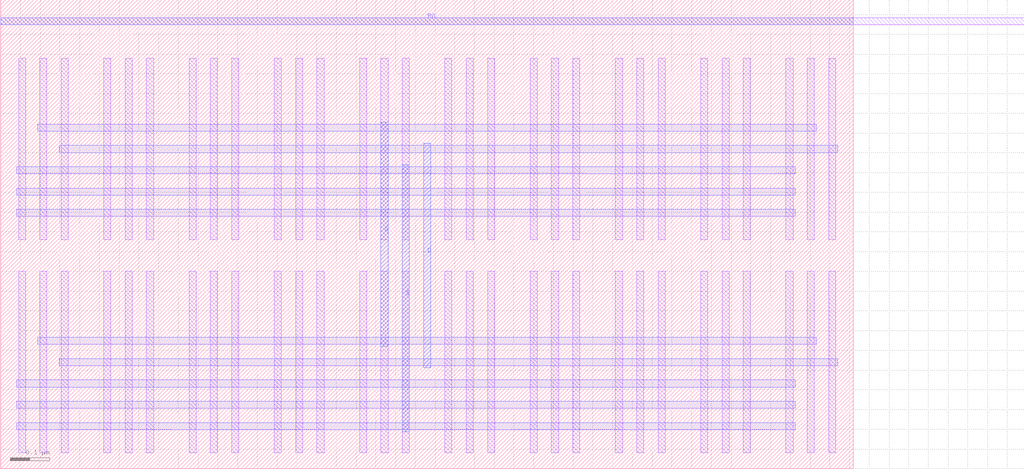
<source format=lef>
MACRO DCL_NMOS_n12_X1_Y1
  ORIGIN 0 0 ;
  FOREIGN DCL_NMOS_n12_X1_Y1 0 0 ;
  SIZE 0.432 BY 0.648 ;
  PIN S
    DIRECTION INOUT ;
    USE SIGNAL ;
    PORT

      LAYER M3 ;
        RECT 0.153 0.094 0.171 0.446 ;
    END
  END S
  PIN D
    DIRECTION INOUT ;
    USE SIGNAL ;
    PORT
      LAYER M3 ;
        RECT 0.207 0.094 0.225 0.446 ;
    END
  END D
  PIN BG
    DIRECTION INOUT ;
    USE SIGNAL ;
    PORT
      LAYER M2 ;
        RECT 0.0 0.585 0.432 0.603 ;
    END
  END BG
  OBS
    LAYER M2 ;
      RECT 0.094 0.261 0.392 0.279 ;
    LAYER M2 ;
      RECT 0.040 0.099 0.284 0.117 ;
    LAYER M2 ;
      RECT 0.040 0.153 0.284 0.171 ;
    LAYER M2 ;
      RECT 0.040 0.207 0.284 0.225 ;
    LAYER M1 ;
      RECT 0.099 0.040 0.117 0.500 ;
    LAYER M1 ;
      RECT 0.315 0.040 0.333 0.500 ;
    LAYER M1 ;
      RECT 0.045 0.040 0.063 0.500 ;
    LAYER M1 ;
      RECT 0.261 0.040 0.279 0.500 ;
    LAYER M1 ;
      RECT 0.153 0.040 0.171 0.500 ;
    LAYER M1 ;
      RECT 0.369 0.040 0.387 0.500 ;
    LAYER M1 ;
      RECT 0.0 0.585 0.432 0.603 ;
  END
END DCL_NMOS_n12_X1_Y1
MACRO DCL_NMOS_n12_X2_Y1
  ORIGIN 0 0 ;
  FOREIGN DCL_NMOS_n12_X2_Y1 0 0 ;
  SIZE 0.864 BY 0.648 ;
  PIN S
    DIRECTION INOUT ;
    USE SIGNAL ;
    PORT
      LAYER M3 ;
        RECT 0.369 0.094 0.387 0.446 ;
    END
  END S
  PIN D
    DIRECTION INOUT ;
    USE SIGNAL ;
    PORT
      LAYER M3 ;
        RECT 0.423 0.094 0.441 0.446 ;
    END
  END D
  PIN BG
    DIRECTION INOUT ;
    USE SIGNAL ;
    PORT
      LAYER M2 ;
        RECT 0.0 0.585 0.864 0.603 ;
    END
  END BG
  OBS
    LAYER M2 ;
      RECT 0.094 0.261 0.824 0.279 ;
    LAYER M2 ;
      RECT 0.040 0.099 0.716 0.117 ;
    LAYER M2 ;
      RECT 0.040 0.153 0.716 0.171 ;
    LAYER M2 ;
      RECT 0.040 0.207 0.716 0.225 ;
    LAYER M1 ;
      RECT 0.099 0.040 0.117 0.500 ;
    LAYER M1 ;
      RECT 0.315 0.040 0.333 0.500 ;
    LAYER M1 ;
      RECT 0.531 0.040 0.549 0.500 ;
    LAYER M1 ;
      RECT 0.747 0.040 0.765 0.500 ;
    LAYER M1 ;
      RECT 0.045 0.040 0.063 0.500 ;
    LAYER M1 ;
      RECT 0.261 0.040 0.279 0.500 ;
    LAYER M1 ;
      RECT 0.477 0.040 0.495 0.500 ;
    LAYER M1 ;
      RECT 0.693 0.040 0.711 0.500 ;
    LAYER M1 ;
      RECT 0.153 0.040 0.171 0.500 ;
    LAYER M1 ;
      RECT 0.369 0.040 0.387 0.500 ;
    LAYER M1 ;
      RECT 0.585 0.040 0.603 0.500 ;
    LAYER M1 ;
      RECT 0.801 0.040 0.819 0.500 ;
    LAYER M1 ;
      RECT 0.0 0.585 0.864 0.603 ;
  END
END DCL_NMOS_n12_X2_Y1
MACRO DCL_PMOS_n12_X5_Y1
  ORIGIN 0 0 ;
  FOREIGN DCL_PMOS_n12_X5_Y1 0 0 ;
  SIZE 2.160 BY 0.648 ;
  PIN S
    DIRECTION INOUT ;
    USE SIGNAL ;
    PORT
      LAYER M3 ;
        RECT 1.017 0.094 1.035 0.446 ;
    END
  END S
  PIN D
    DIRECTION INOUT ;
    USE SIGNAL ;
    PORT
      LAYER M3 ;
        RECT 1.071 0.094 1.089 0.446 ;
    END
  END D
  PIN BG
    DIRECTION INOUT ;
    USE SIGNAL ;
    PORT
      LAYER M2 ;
        RECT 0.0 0.585 2.160 0.603 ;
    END
  END BG
  OBS
    LAYER M2 ;
      RECT 0.094 0.261 2.120 0.279 ;
    LAYER M2 ;
      RECT 0.040 0.099 2.012 0.117 ;
    LAYER M2 ;
      RECT 0.040 0.153 2.012 0.171 ;
    LAYER M2 ;
      RECT 0.040 0.207 2.012 0.225 ;
    LAYER M1 ;
      RECT 0.099 0.040 0.117 0.500 ;
    LAYER M1 ;
      RECT 0.315 0.040 0.333 0.500 ;
    LAYER M1 ;
      RECT 0.531 0.040 0.549 0.500 ;
    LAYER M1 ;
      RECT 0.747 0.040 0.765 0.500 ;
    LAYER M1 ;
      RECT 0.963 0.040 0.981 0.500 ;
    LAYER M1 ;
      RECT 1.179 0.040 1.197 0.500 ;
    LAYER M1 ;
      RECT 1.395 0.040 1.413 0.500 ;
    LAYER M1 ;
      RECT 1.611 0.040 1.629 0.500 ;
    LAYER M1 ;
      RECT 1.827 0.040 1.845 0.500 ;
    LAYER M1 ;
      RECT 2.043 0.040 2.061 0.500 ;
    LAYER M1 ;
      RECT 0.045 0.040 0.063 0.500 ;
    LAYER M1 ;
      RECT 0.261 0.040 0.279 0.500 ;
    LAYER M1 ;
      RECT 0.477 0.040 0.495 0.500 ;
    LAYER M1 ;
      RECT 0.693 0.040 0.711 0.500 ;
    LAYER M1 ;
      RECT 0.909 0.040 0.927 0.500 ;
    LAYER M1 ;
      RECT 1.125 0.040 1.143 0.500 ;
    LAYER M1 ;
      RECT 1.341 0.040 1.359 0.500 ;
    LAYER M1 ;
      RECT 1.557 0.040 1.575 0.500 ;
    LAYER M1 ;
      RECT 1.773 0.040 1.791 0.500 ;
    LAYER M1 ;
      RECT 1.989 0.040 2.007 0.500 ;
    LAYER M1 ;
      RECT 0.153 0.040 0.171 0.500 ;
    LAYER M1 ;
      RECT 0.369 0.040 0.387 0.500 ;
    LAYER M1 ;
      RECT 0.585 0.040 0.603 0.500 ;
    LAYER M1 ;
      RECT 0.801 0.040 0.819 0.500 ;
    LAYER M1 ;
      RECT 1.017 0.040 1.035 0.500 ;
    LAYER M1 ;
      RECT 1.233 0.040 1.251 0.500 ;
    LAYER M1 ;
      RECT 1.449 0.040 1.467 0.500 ;
    LAYER M1 ;
      RECT 1.665 0.040 1.683 0.500 ;
    LAYER M1 ;
      RECT 1.881 0.040 1.899 0.500 ;
    LAYER M1 ;
      RECT 2.097 0.040 2.115 0.500 ;
    LAYER M1 ;
      RECT 0.0 0.585 2.592 0.603 ;
  END
END DCL_PMOS_n12_X5_Y1
MACRO Switch_NMOS_n12_X1_Y1
  ORIGIN 0 0 ;
  FOREIGN Switch_NMOS_n12_X1_Y1 0 0 ;
  SIZE 0.432 BY 0.648 ;
  PIN S
    DIRECTION INOUT ;
    USE SIGNAL ;
    PORT
      LAYER M3 ;
        RECT 0.153 0.094 0.171 0.446 ;
    END
  END S
  PIN D
    DIRECTION INOUT ;
    USE SIGNAL ;
    PORT
      LAYER M3 ;
        RECT 0.207 0.094 0.225 0.446 ;
    END
  END D
  PIN G
    DIRECTION INOUT ;
    USE SIGNAL ;
    PORT
      LAYER M3 ;
        RECT 0.099 0.094 0.117 0.446 ;
    END
  END G
  PIN BG
    DIRECTION INOUT ;
    USE SIGNAL ;
    PORT
      LAYER M2 ;
        RECT 0.0 0.585 0.432 0.603 ;
    END
  END BG
  OBS
    LAYER M2 ;
      RECT 0.094 0.315 0.338 0.333 ;
    LAYER M2 ;
      RECT 0.148 0.261 0.392 0.279 ;
    LAYER M2 ;
      RECT 0.040 0.099 0.284 0.117 ;
    LAYER M2 ;
      RECT 0.040 0.153 0.284 0.171 ;
    LAYER M2 ;
      RECT 0.040 0.207 0.284 0.225 ;
    LAYER M1 ;
      RECT 0.099 0.040 0.117 0.500 ;
    LAYER M1 ;
      RECT 0.315 0.040 0.333 0.500 ;
    LAYER M1 ;
      RECT 0.045 0.040 0.063 0.500 ;
    LAYER M1 ;
      RECT 0.261 0.040 0.279 0.500 ;
    LAYER M1 ;
      RECT 0.153 0.040 0.171 0.500 ;
    LAYER M1 ;
      RECT 0.369 0.040 0.387 0.500 ;
    LAYER M1 ;
      RECT 0.0 0.585 0.432 0.603 ;
  END
END Switch_NMOS_n12_X1_Y1
MACRO Switch_NMOS_n12_X2_Y1
  ORIGIN 0 0 ;
  FOREIGN Switch_NMOS_n12_X2_Y1 0 0 ;
  SIZE 0.864 BY 0.648 ;
  PIN S
    DIRECTION INOUT ;
    USE SIGNAL ;
    PORT
      LAYER M3 ;
        RECT 0.369 0.094 0.387 0.446 ;
    END
  END S
  PIN D
    DIRECTION INOUT ;
    USE SIGNAL ;
    PORT
      LAYER M3 ;
        RECT 0.423 0.094 0.441 0.446 ;
    END
  END D
  PIN G
    DIRECTION INOUT ;
    USE SIGNAL ;
    PORT
      LAYER M3 ;
        RECT 0.315 0.094 0.333 0.446 ;
    END
  END G
  PIN BG
    DIRECTION INOUT ;
    USE SIGNAL ;
    PORT
      LAYER M2 ;
        RECT 0.0 0.585 0.864 0.603 ;
    END
  END BG
  OBS
    LAYER M2 ;
      RECT 0.094 0.315 0.770 0.333 ;
    LAYER M2 ;
      RECT 0.148 0.261 0.824 0.279 ;
    LAYER M2 ;
      RECT 0.040 0.099 0.716 0.117 ;
    LAYER M2 ;
      RECT 0.040 0.153 0.716 0.171 ;
    LAYER M2 ;
      RECT 0.040 0.207 0.716 0.225 ;
    LAYER M1 ;
      RECT 0.099 0.040 0.117 0.500 ;
    LAYER M1 ;
      RECT 0.315 0.040 0.333 0.500 ;
    LAYER M1 ;
      RECT 0.531 0.040 0.549 0.500 ;
    LAYER M1 ;
      RECT 0.747 0.040 0.765 0.500 ;
    LAYER M1 ;
      RECT 0.045 0.040 0.063 0.500 ;
    LAYER M1 ;
      RECT 0.261 0.040 0.279 0.500 ;
    LAYER M1 ;
      RECT 0.477 0.040 0.495 0.500 ;
    LAYER M1 ;
      RECT 0.693 0.040 0.711 0.500 ;
    LAYER M1 ;
      RECT 0.153 0.040 0.171 0.500 ;
    LAYER M1 ;
      RECT 0.369 0.040 0.387 0.500 ;
    LAYER M1 ;
      RECT 0.585 0.040 0.603 0.500 ;
    LAYER M1 ;
      RECT 0.801 0.040 0.819 0.500 ;
    LAYER M1 ;
      RECT 0.0 0.585 0.864 0.603 ;
  END
END Switch_NMOS_n12_X2_Y1
MACRO Switch_PMOS_n12_X5_Y2
  ORIGIN 0 0 ;
  FOREIGN Switch_PMOS_n12_X5_Y2 0 0 ;
  SIZE 2.160 BY 1.188 ;
  PIN S
    DIRECTION INOUT ;
    USE SIGNAL ;
    PORT
      LAYER M3 ;
        RECT 1.017 0.094 1.035 0.770 ;
    END
  END S
  PIN D
    DIRECTION INOUT ;
    USE SIGNAL ;
    PORT
      LAYER M3 ;
        RECT 1.071 0.256 1.089 0.824 ;
    END
  END D
  PIN G
    DIRECTION INOUT ;
    USE SIGNAL ;
    PORT
      LAYER M3 ;
        RECT 0.963 0.310 0.981 0.878 ;
    END
  END G
  PIN BG
    DIRECTION INOUT ;
    USE SIGNAL ;
    PORT
      LAYER M2 ;
        RECT 0.0 1.125 2.160 1.143 ;
    END
  END BG
  OBS
    LAYER M2 ;
      RECT 0.094 0.315 2.066 0.333 ;
    LAYER M2 ;
      RECT 0.094 0.855 2.066 0.873 ;
    LAYER M2 ;
      RECT 0.148 0.261 2.120 0.279 ;
    LAYER M2 ;
      RECT 0.148 0.801 2.120 0.819 ;
    LAYER M2 ;
      RECT 0.040 0.099 2.012 0.117 ;
    LAYER M2 ;
      RECT 0.040 0.153 2.012 0.171 ;
    LAYER M2 ;
      RECT 0.040 0.207 2.012 0.225 ;
    LAYER M2 ;
      RECT 0.040 0.639 2.012 0.657 ;
    LAYER M2 ;
      RECT 0.040 0.693 2.012 0.711 ;
    LAYER M2 ;
      RECT 0.040 0.747 2.012 0.765 ;
    LAYER M1 ;
      RECT 0.099 0.040 0.117 0.500 ;
    LAYER M1 ;
      RECT 0.099 0.580 0.117 1.040 ;
    LAYER M1 ;
      RECT 0.315 0.040 0.333 0.500 ;
    LAYER M1 ;
      RECT 0.315 0.580 0.333 1.040 ;
    LAYER M1 ;
      RECT 0.531 0.040 0.549 0.500 ;
    LAYER M1 ;
      RECT 0.531 0.580 0.549 1.040 ;
    LAYER M1 ;
      RECT 0.747 0.040 0.765 0.500 ;
    LAYER M1 ;
      RECT 0.747 0.580 0.765 1.040 ;
    LAYER M1 ;
      RECT 0.963 0.040 0.981 0.500 ;
    LAYER M1 ;
      RECT 0.963 0.580 0.981 1.040 ;
    LAYER M1 ;
      RECT 1.179 0.040 1.197 0.500 ;
    LAYER M1 ;
      RECT 1.179 0.580 1.197 1.040 ;
    LAYER M1 ;
      RECT 1.395 0.040 1.413 0.500 ;
    LAYER M1 ;
      RECT 1.395 0.580 1.413 1.040 ;
    LAYER M1 ;
      RECT 1.611 0.040 1.629 0.500 ;
    LAYER M1 ;
      RECT 1.611 0.580 1.629 1.040 ;
    LAYER M1 ;
      RECT 1.827 0.040 1.845 0.500 ;
    LAYER M1 ;
      RECT 1.827 0.580 1.845 1.040 ;
    LAYER M1 ;
      RECT 2.043 0.040 2.061 0.500 ;
    LAYER M1 ;
      RECT 2.043 0.580 2.061 1.040 ;
    LAYER M1 ;
      RECT 0.045 0.040 0.063 0.500 ;
    LAYER M1 ;
      RECT 0.045 0.580 0.063 1.040 ;
    LAYER M1 ;
      RECT 0.261 0.040 0.279 0.500 ;
    LAYER M1 ;
      RECT 0.261 0.580 0.279 1.040 ;
    LAYER M1 ;
      RECT 0.477 0.040 0.495 0.500 ;
    LAYER M1 ;
      RECT 0.477 0.580 0.495 1.040 ;
    LAYER M1 ;
      RECT 0.693 0.040 0.711 0.500 ;
    LAYER M1 ;
      RECT 0.693 0.580 0.711 1.040 ;
    LAYER M1 ;
      RECT 0.909 0.040 0.927 0.500 ;
    LAYER M1 ;
      RECT 0.909 0.580 0.927 1.040 ;
    LAYER M1 ;
      RECT 1.125 0.040 1.143 0.500 ;
    LAYER M1 ;
      RECT 1.125 0.580 1.143 1.040 ;
    LAYER M1 ;
      RECT 1.341 0.040 1.359 0.500 ;
    LAYER M1 ;
      RECT 1.341 0.580 1.359 1.040 ;
    LAYER M1 ;
      RECT 1.557 0.040 1.575 0.500 ;
    LAYER M1 ;
      RECT 1.557 0.580 1.575 1.040 ;
    LAYER M1 ;
      RECT 1.773 0.040 1.791 0.500 ;
    LAYER M1 ;
      RECT 1.773 0.580 1.791 1.040 ;
    LAYER M1 ;
      RECT 1.989 0.040 2.007 0.500 ;
    LAYER M1 ;
      RECT 1.989 0.580 2.007 1.040 ;
    LAYER M1 ;
      RECT 0.153 0.040 0.171 0.500 ;
    LAYER M1 ;
      RECT 0.153 0.580 0.171 1.040 ;
    LAYER M1 ;
      RECT 0.369 0.040 0.387 0.500 ;
    LAYER M1 ;
      RECT 0.369 0.580 0.387 1.040 ;
    LAYER M1 ;
      RECT 0.585 0.040 0.603 0.500 ;
    LAYER M1 ;
      RECT 0.585 0.580 0.603 1.040 ;
    LAYER M1 ;
      RECT 0.801 0.040 0.819 0.500 ;
    LAYER M1 ;
      RECT 0.801 0.580 0.819 1.040 ;
    LAYER M1 ;
      RECT 1.017 0.040 1.035 0.500 ;
    LAYER M1 ;
      RECT 1.017 0.580 1.035 1.040 ;
    LAYER M1 ;
      RECT 1.233 0.040 1.251 0.500 ;
    LAYER M1 ;
      RECT 1.233 0.580 1.251 1.040 ;
    LAYER M1 ;
      RECT 1.449 0.040 1.467 0.500 ;
    LAYER M1 ;
      RECT 1.449 0.580 1.467 1.040 ;
    LAYER M1 ;
      RECT 1.665 0.040 1.683 0.500 ;
    LAYER M1 ;
      RECT 1.665 0.580 1.683 1.040 ;
    LAYER M1 ;
      RECT 1.881 0.040 1.899 0.500 ;
    LAYER M1 ;
      RECT 1.881 0.580 1.899 1.040 ;
    LAYER M1 ;
      RECT 2.097 0.040 2.115 0.500 ;
    LAYER M1 ;
      RECT 2.097 0.580 2.115 1.040 ;
    LAYER M1 ;
      RECT 0.0 1.125 2.592 1.143 ;
  END
END Switch_PMOS_n12_X5_Y2

</source>
